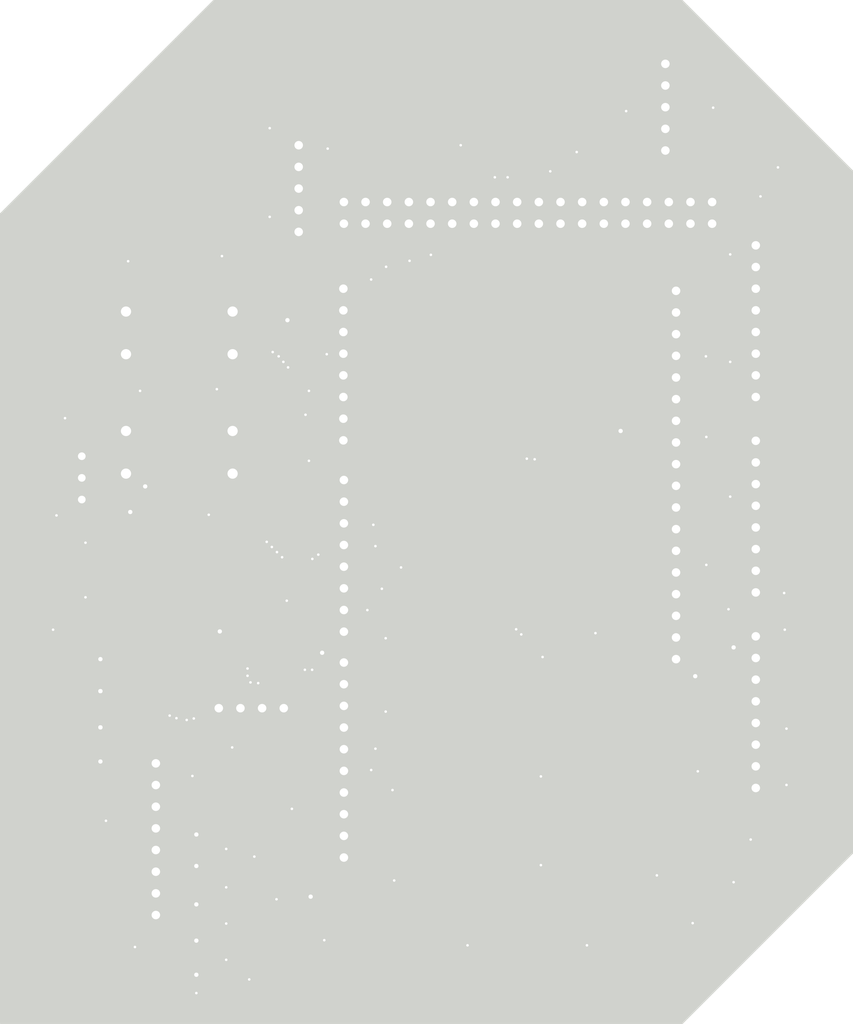
<source format=kicad_pcb>
(kicad_pcb (version 20241229) (generator "pcbnew") (generator_version "9.0")
  (layers (0 "F.Cu" signal) (2 "B.Cu" signal) (13 "F.Paste" user) (15 "B.Paste" user) (5 "F.SilkS" user "F.Silkscreen") (7 "B.SilkS" user "B.Silkscreen") (1 "F.Mask" user) (3 "B.Mask" user) (25 "Edge.Cuts" user))
  (net 0 "")
  (net 30 "Net-(D1-K)")
  (net 34 "Net-(D1-A)")
  (net 35 "Net-(D2-A)")
  (net 36 "Net-(D2-K)")
  (net 40 "Net-(D3-K)")
  (net 42 "Net-(D3-A)")
  (net 45 "Net-(D4-A)")
  (net 55 "IR REC")
  (net 56 "GND")
  (net 57 "+5V")
  (net 58 "+3V3")
  (net 59 "LCD VDD")
  (net 60 "joyY")
  (net 61 "joyX")
  (net 62 "joySW")
  (net 63 "sleep")
  (net 64 "wake")
  (net 65 "IR LED")
  (net 66 "MOSI 13.56MHz")
  (net 67 "SCK 13056MHz")
  (net 68 "SDA 13.56MHz")
  (net 69 "MISO 13.56MHz")
  (net 70 "RST 13.56MHz")
  (net 71 "Net-(D4-K)")
  (net 72 "IRQ 13.56MHz")
  (net 78 "RX1")
  (net 79 "TX1")
  (net 80 "RST time")
  (net 81 "DAT time")
  (net 82 "CLK time")
  (net 83 "Net-(Q1-B)")
  (net 84 "Net-(Q1-C)")
  (net 85 "Net-(Q1-E)")
  (net 86 "Net-(Q2-B)")
  (net 87 "Net-(Q2-C)")
  (net 88 "Net-(Q3-B)")
  (net 89 "Net-(Q4-B)")
  (net 90 "Net-(Q5-B)")
  (net 91 "Net-(Q6-B)")
  (net 92 "Net-(13.556MHz1-Pin_2)")
  (net 93 "Net-(13.556MHz1-Pin_3)")
  (net 94 "Net-(13.556MHz1-Pin_4)")
  (net 95 "Net-(13.556MHz1-Pin_7)")
  (net 96 "Net-(13.556MHz1-Pin_1)")
  (net 97 "Net-(Display1-Pin_15)")
  (net 98 "Net-(Display1-Pin_13)")
  (net 102 "Net-(Display1-Pin_11)")
  (net 103 "Net-(Display1-Pin_5)")
  (net 104 "Net-(Display1-Pin_3)")
  (net 105 "Net-(Display1-Pin_6)")
  (net 106 "Net-(Display1-Pin_2)")
  (net 107 "Net-(Display1-Pin_4)")
  (net 109 "Net-(Display1-Pin_14)")
  (footprint "LED_SMD:LED_1206_3216Metric" (layer "F.Cu") (at 112 104)
    (property "Reference" "D4")
    (property "Value" "LED" (hide yes))
  )
  (footprint "Package_TO_SOT_SMD:SOT-23" (layer "F.Cu") (at 169.75 76.5)
    (property "Reference" "Q1")
    (property "Value" "SS8550" (hide yes))
  )
  (footprint "Resistor_SMD:R_0805_2012Metric" (layer "F.Cu") (at 117.5125 134)
    (property "Reference" "R18")
    (property "Value" "1k2" (hide yes))
  )
  (footprint "Resistor_SMD:R_0805_2012Metric" (layer "F.Cu") (at 117.5125 129.5)
    (property "Reference" "R20")
    (property "Value" "1k2" (hide yes))
  )
  (footprint "Package_TO_SOT_SMD:SOT-23" (layer "F.Cu") (at 102.9375 119.95)
    (property "Reference" "Q6")
    (property "Value" "SS8050" (hide yes))
  )
  (footprint "Capacitor_SMD:C_0805_2012Metric" (layer "F.Cu") (at 122.75 96)
    (property "Reference" "C8")
    (property "Value" "100nF" (hide yes))
  )
  (footprint "Resistor_SMD:R_1206_3216Metric" (layer "F.Cu") (at 118 104 180)
    (property "Reference" "R9")
    (property "Value" "220R" (hide yes))
  )
  (footprint "Resistor_SMD:R_0805_2012Metric" (layer "F.Cu") (at 120.175 130.4125 90)
    (property "Reference" "R21")
    (property "Value" "3k3" (hide yes))
  )
  (footprint "Capacitor_SMD:C_0805_2012Metric" (layer "F.Cu") (at 122.75 104)
    (property "Reference" "C10")
    (property "Value" "100nF" (hide yes))
  )
  (footprint "Package_TO_SOT_SMD:SOT-23" (layer "F.Cu") (at 102.8125 115.9)
    (property "Reference" "Q5")
    (property "Value" "SS8050" (hide yes))
  )
  (footprint "Package_TO_SOT_SMD:SOT-23" (layer "F.Cu") (at 165 79.75)
    (property "Reference" "Q2")
    (property "Value" "SS8050" (hide yes))
  )
  (footprint "Resistor_SMD:R_0805_2012Metric" (layer "F.Cu") (at 170.25 80.9125 90)
    (property "Reference" "R5")
    (property "Value" "10k" (hide yes))
  )
  (footprint "Capacitor_SMD:C_0805_2012Metric" (layer "F.Cu") (at 175.75 38.3 -90)
    (property "Reference" "C5")
    (property "Value" "100nF" (hide yes))
  )
  (footprint "Capacitor_SMD:C_0805_2012Metric" (layer "F.Cu") (at 127.45 60.5)
    (property "Reference" "C11")
    (property "Value" "100nF" (hide yes))
  )
  (footprint "Connector_PinSocket_2.54mm:PinSocket_1x04_P2.54mm_Vertical" (layer "F.Cu") (at 128.25 113 -90)
    (property "Reference" "J125kHz1")
    (property "Value" "Conn_01x04_Socket" (hide yes))
  )
  (footprint "Resistor_SMD:R_0805_2012Metric" (layer "F.Cu") (at 99.5 120.1625 90)
    (property "Reference" "R13")
    (property "Value" "3k3" (hide yes))
  )
  (footprint "Capacitor_SMD:C_1206_3216Metric" (layer "F.Cu") (at 110.25 121 -90)
    (property "Reference" "C6")
    (property "Value" "10uF" (hide yes))
  )
  (footprint "Capacitor_SMD:C_1206_3216Metric" (layer "F.Cu") (at 187 110.975 90)
    (property "Reference" "C3")
    (property "Value" "25uF" (hide yes))
  )
  (footprint "Connector_PinSocket_2.54mm:PinSocket_1x08_P2.54mm_Vertical" (layer "F.Cu") (at 113.25 137.25 180)
    (property "Reference" "13.556MHz1")
    (property "Value" "Conn_01x08_Socket" (hide yes))
  )
  (footprint "Button_Switch_THT:SW_PUSH-12mm_Wuerth-430476085716" (layer "F.Cu") (at 109.75 66.5)
    (property "Reference" "SW1")
    (property "Value" "SW_Push" (hide yes))
  )
  (footprint "Package_TO_SOT_SMD:SOT-23" (layer "F.Cu") (at 102.9375 107.95)
    (property "Reference" "Q3")
    (property "Value" "SS8050" (hide yes))
  )
  (footprint "Resistor_SMD:R_0805_2012Metric" (layer "F.Cu") (at 99.5 112.1625 90)
    (property "Reference" "R11")
    (property "Value" "3k3" (hide yes))
  )
  (footprint "Resistor_SMD:R_1206_3216Metric" (layer "F.Cu") (at 118 96 180)
    (property "Reference" "R7")
    (property "Value" "220R" (hide yes))
  )
  (footprint "Capacitor_SMD:C_0805_2012Metric" (layer "F.Cu") (at 122.75 100.02)
    (property "Reference" "C9")
    (property "Value" "100nF" (hide yes))
  )
  (footprint "Capacitor_SMD:C_0805_2012Metric" (layer "F.Cu") (at 122.75 92)
    (property "Reference" "C7")
    (property "Value" "100nF" (hide yes))
  )
  (footprint "Resistor_SMD:R_1206_3216Metric" (layer "F.Cu") (at 118 100 180)
    (property "Reference" "R8")
    (property "Value" "220R" (hide yes))
  )
  (footprint "Resistor_SMD:R_0805_2012Metric" (layer "F.Cu") (at 117.5125 138.25)
    (property "Reference" "R16")
    (property "Value" "1k2" (hide yes))
  )
  (footprint "Resistor_SMD:R_0805_2012Metric" (layer "F.Cu") (at 160.5875 78.75)
    (property "Reference" "R3")
    (property "Value" "10k" (hide yes))
  )
  (footprint "Button_Switch_THT:SW_PUSH-12mm_Wuerth-430476085716" (layer "F.Cu") (at 109.75 80.5)
    (property "Reference" "SW2")
    (property "Value" "SW_Push" (hide yes))
  )
  (footprint "Package_TO_SOT_SMD:SOT-23" (layer "F.Cu") (at 102.8125 111.9)
    (property "Reference" "Q4")
    (property "Value" "SS8050" (hide yes))
  )
  (footprint "Resistor_SMD:R_1206_3216Metric" (layer "F.Cu") (at 118 92 180)
    (property "Reference" "R6")
    (property "Value" "220R" (hide yes))
  )
  (footprint "Connector_PinSocket_2.54mm:PinSocket_1x05_P2.54mm_Vertical" (layer "F.Cu") (at 173 37.46)
    (property "Reference" "Joystick1")
    (property "Value" "Conn_01x05_Socket" (hide yes))
  )
  (footprint "Resistor_SMD:R_0805_2012Metric" (layer "F.Cu") (at 117.5125 142.5)
    (property "Reference" "R14")
    (property "Value" "1k2" (hide yes))
  )
  (footprint "Capacitor_SMD:C_0805_2012Metric" (layer "F.Cu") (at 108.5 91 90)
    (property "Reference" "C2")
    (property "Value" "100nF" (hide yes))
  )
  (footprint "Resistor_SMD:R_0805_2012Metric" (layer "F.Cu") (at 177.75 104.75 180)
    (property "Reference" "R4")
    (property "Value" "220R" (hide yes))
  )
  (footprint "Capacitor_SMD:C_1206_3216Metric" (layer "F.Cu") (at 180.25 111.025 90)
    (property "Reference" "C4")
    (property "Value" "10uF" (hide yes))
  )
  (footprint "Resistor_SMD:R_0805_2012Metric" (layer "F.Cu") (at 117 125.4125 90)
    (property "Reference" "R23")
    (property "Value" "3k3" (hide yes))
  )
  (footprint "Capacitor_SMD:C_0805_2012Metric" (layer "F.Cu") (at 177.75 69.5 -90)
    (property "Reference" "C1")
    (property "Value" "100nF" (hide yes))
  )
  (footprint "LED_SMD:LED_1206_3216Metric" (layer "F.Cu") (at 112 96)
    (property "Reference" "D2")
    (property "Value" "LED" (hide yes))
  )
  (footprint "Resistor_SMD:R_0805_2012Metric" (layer "F.Cu") (at 170.75 71.75)
    (property "Reference" "R1")
    (property "Value" "220R" (hide yes))
  )
  (footprint "Resistor_SMD:R_0805_2012Metric" (layer "F.Cu") (at 120.175 134.9125 90)
    (property "Reference" "R19")
    (property "Value" "3k3" (hide yes))
  )
  (footprint "Resistor_SMD:R_0805_2012Metric" (layer "F.Cu") (at 164.8375 75.5)
    (property "Reference" "R2")
    (property "Value" "10k" (hide yes))
  )
  (footprint "Connector_PinSocket_2.54mm:PinSocket_1x05_P2.54mm_Vertical" (layer "F.Cu") (at 130 47)
    (property "Reference" "Time1")
    (property "Value" "Conn_01x05_Socket" (hide yes))
  )
  (footprint "Resistor_SMD:R_0805_2012Metric" (layer "F.Cu") (at 99.5 108.1625 90)
    (property "Reference" "R10")
    (property "Value" "3k3" (hide yes))
  )
  (footprint "Resistor_SMD:R_0805_2012Metric" (layer "F.Cu") (at 99.5 116.1625 90)
    (property "Reference" "R12")
    (property "Value" "3k3" (hide yes))
  )
  (footprint "Resistor_SMD:R_0805_2012Metric" (layer "F.Cu") (at 120.175 139.1625 90)
    (property "Reference" "R17")
    (property "Value" "3k3" (hide yes))
  )
  (footprint "LED_SMD:LED_1206_3216Metric" (layer "F.Cu") (at 112 100)
    (property "Reference" "D3")
    (property "Value" "LED" (hide yes))
  )
  (footprint "Resistor_SMD:R_0805_2012Metric" (layer "F.Cu") (at 119.5875 124.5 180)
    (property "Reference" "R22")
    (property "Value" "1k2" (hide yes))
  )
  (footprint "Connector_PinSocket_2.54mm:PinSocket_1x18_P2.54mm_Vertical" (layer "F.Cu") (at 174.25 107.25 180)
    (property "Reference" "Display1")
    (property "Value" "Conn_01x16_Pin" (hide yes))
  )
  (footprint "Resistor_SMD:R_0805_2012Metric" (layer "F.Cu") (at 120.175 143.4125 90)
    (property "Reference" "R15")
    (property "Value" "3k3" (hide yes))
  )
  (footprint "LED_SMD:LED_1206_3216Metric" (layer "F.Cu") (at 112 92)
    (property "Reference" "D1")
    (property "Value" "LED" (hide yes))
  )
  (footprint "OptoDevice:Vishay_MOLD-3Pin" (layer "F.Cu") (at 104.565 83.46 -90)
    (property "Reference" "U1")
    (property "Value" "TSDP341xx" (hide yes))
  )
  (footprint "Connector_PinHeader_2.54mm:PinHeader_1x08_P2.54mm_Vertical" (layer "B.Cu") (at 183.6 58.74 180)
    (property "Reference" "J1")
    (property "Value" "Conn_01x08_Pin" (hide yes))
  )
  (footprint "Potentiometer_SMD:Potentiometer_Bourns_3314G_Vertical" (layer "B.Cu") (at 164.15 43 180)
    (property "Reference" "RV1")
    (property "Value" "R_Potentiometer" (hide yes))
  )
  (footprint "Connector_PinHeader_2.54mm:PinHeader_1x08_P2.54mm_Vertical" (layer "B.Cu") (at 183.6 81.65 180)
    (property "Reference" "J2")
    (property "Value" "Conn_01x08_Pin" (hide yes))
  )
  (footprint "Connector_PinHeader_2.54mm:PinHeader_1x08_P2.54mm_Vertical" (layer "B.Cu") (at 183.6 104.575 180)
    (property "Reference" "J3")
    (property "Value" "Conn_01x08_Pin" (hide yes))
  )
  (footprint "Connector_PinHeader_2.54mm:PinHeader_1x08_P2.54mm_Vertical" (layer "B.Cu") (at 135.3 104.03)
    (property "Reference" "J6")
    (property "Value" "Conn_01x08_Pin" (hide yes))
  )
  (footprint "Connector_PinHeader_2.54mm:PinHeader_1x10_P2.54mm_Vertical" (layer "B.Cu") (at 135.3 130.51)
    (property "Reference" "J7")
    (property "Value" "Conn_01x10_Pin" (hide yes))
  )
  (footprint "Connector_PinHeader_2.54mm:PinHeader_1x08_P2.54mm_Vertical" (layer "B.Cu") (at 135.24 81.6)
    (property "Reference" "J5")
    (property "Value" "Conn_01x08_Pin" (hide yes))
  )
  (footprint "Connector_PinHeader_2.54mm:PinHeader_2x18_P2.54mm_Vertical" (layer "B.Cu") (at 178.48 56.2 90)
    (property "Reference" "J4")
    (property "Value" "Conn_02x18_Odd_Even" (hide yes))
  )
  (gr_poly (pts (xy 95 150) (xy 175 150) (xy 195 130) (xy 195 50) (xy 175 30) (xy 120 30) (xy 95 55)) (stroke (width 0.05)) (fill no) (layer "Edge.Cuts"))
  (segment (start 103.875 107.95) (end 108.449 103.376) (width 0.3) (layer "F.Cu") (net 30))
  (segment (start 108.449 94.151) (end 110.6 92) (width 0.3) (layer "F.Cu") (net 30))
  (segment (start 108.449 103.376) (end 108.449 94.151) (width 0.3) (layer "F.Cu") (net 30))
  (segment (start 113.4 92) (end 116.5375 92) (width 0.5) (layer "F.Cu") (net 34))
  (segment (start 116.5375 96) (end 113.4 96) (width 0.5) (layer "F.Cu") (net 35))
  (segment (start 109 106.65) (end 109 97.6) (width 0.3) (layer "F.Cu") (net 36))
  (segment (start 103.75 111.9) (end 109 106.65) (width 0.3) (layer "F.Cu") (net 36))
  (segment (start 109 97.6) (end 110.6 96) (width 0.3) (layer "F.Cu") (net 36))
  (segment (start 109.574 101.026) (end 110.6 100) (width 0.3) (layer "F.Cu") (net 40))
  (segment (start 103.75 115.9) (end 109.574 110.076) (width 0.3) (layer "F.Cu") (net 40))
  (segment (start 109.574 110.076) (end 109.574 101.026) (width 0.3) (layer "F.Cu") (net 40))
  (segment (start 113.4 100) (end 116.5375 100) (width 0.5) (layer "F.Cu") (net 42))
  (segment (start 116.5375 104) (end 113.4 104) (width 0.5) (layer "F.Cu") (net 45))
  (segment (start 108.71258 78.599) (end 110.78742 78.599) (width 0.3) (layer "F.Cu") (net 55))
  (segment (start 104.565 83.46) (end 104.565 82.74658) (width 0.3) (layer "F.Cu") (net 55))
  (segment (start 110.78742 78.599) (end 119.454155 87.265735) (width 0.3) (layer "F.Cu") (net 55))
  (segment (start 104.565 82.74658) (end 108.71258 78.599) (width 0.3) (layer "F.Cu") (net 55))
  (segment (start 119.454155 87.265735) (end 119.454155 90.325) (width 0.3) (layer "F.Cu") (net 55))
  (via (at 119.454155 90.325) (size 0.6) (drill 0.3) (layers "F.Cu" "B.Cu") (net 55))
  (segment (start 131.5 92.75) (end 133 94.25) (width 0.3) (layer "B.Cu") (net 55))
  (segment (start 133 105) (end 134.049 106.049) (width 0.3) (layer "B.Cu") (net 55))
  (segment (start 121.879155 92.75) (end 131.5 92.75) (width 0.3) (layer "B.Cu") (net 55))
  (segment (start 134.049 106.049) (end 134.049 108.939) (width 0.3) (layer "B.Cu") (net 55))
  (segment (start 133 94.25) (end 133 105) (width 0.3) (layer "B.Cu") (net 55))
  (segment (start 134.049 108.939) (end 135.3 110.19) (width 0.3) (layer "B.Cu") (net 55))
  (segment (start 119.454155 90.325) (end 121.879155 92.75) (width 0.3) (layer "B.Cu") (net 55))
  (segment (start 110.800514 83.293896) (end 108.543896 83.293896) (width 0.75) (layer "F.Cu") (net 56))
  (segment (start 115.025 126.325) (end 113.25 124.55) (width 0.75) (layer "F.Cu") (net 56))
  (segment (start 178.48 56.2) (end 178.48 53.66) (width 0.75) (layer "F.Cu") (net 56))
  (segment (start 178.48 53.1) (end 178.48 53.66) (width 0.75) (layer "F.Cu") (net 56))
  (segment (start 112.126 84.619382) (end 110.800514 83.293896) (width 0.75) (layer "F.Cu") (net 56))
  (segment (start 175.976 70.876) (end 175.976 77.584) (width 0.75) (layer "F.Cu") (net 56))
  (segment (start 177.75 68.55) (end 176.6 67.4) (width 0.75) (layer "F.Cu") (net 56))
  (segment (start 136 135.904) (end 133.574 133.478) (width 0.75) (layer "F.Cu") (net 56))
  (segment (start 104.89164 121.126) (end 106.75 119.26764) (width 0.75) (layer "F.Cu") (net 56))
  (segment (start 126.2 106.5) (end 132.75 106.5) (width 0.75) (layer "F.Cu") (net 56))
  (segment (start 133.574 133.478) (end 133.574 124.616) (width 0.75) (layer "F.Cu") (net 56))
  (segment (start 123.7 92) (end 123.7 104) (width 0.75) (layer "F.Cu") (net 56))
  (segment (start 133.574 124.616) (end 135.3 122.89) (width 0.75) (layer "F.Cu") (net 56))
  (segment (start 178.474 116.725) (end 178.999 117.25) (width 0.75) (layer "F.Cu") (net 56))
  (segment (start 120 140.25) (end 120.175 140.075) (width 0.75) (layer "F.Cu") (net 56))
  (segment (start 108.543896 83.293896) (end 109.75 82.087792) (width 0.75) (layer "F.Cu") (net 56))
  (segment (start 112.325 124.55) (end 110.25 122.475) (width 0.75) (layer "F.Cu") (net 56))
  (segment (start 106.75 111.09264) (end 104.692641 113.149999) (width 0.75) (layer "F.Cu") (net 56))
  (segment (start 173 47.62) (end 178.48 53.1) (width 0.75) (layer "F.Cu") (net 56))
  (segment (start 164.0625 80.7) (end 165.7865 82.424) (width 0.75) (layer "F.Cu") (net 56))
  (segment (start 183.6 109.655) (end 183.6 107.115) (width 0.75) (layer "F.Cu") (net 56))
  (segment (start 112.126 86.874) (end 112.126 84.619382) (width 0.75) (layer "F.Cu") (net 56))
  (segment (start 174.25 107.25) (end 183.465 107.25) (width 0.75) (layer "F.Cu") (net 56))
  (segment (start 120 136) (end 120.175 135.825) (width 0.75) (layer "F.Cu") (net 56))
  (segment (start 106.75 107.26764) (end 104.817641 109.199999) (width 0.75) (layer "F.Cu") (net 56))
  (segment (start 185.75 106.167081) (end 185.75 57.438) (width 0.75) (layer "F.Cu") (net 56))
  (segment (start 184.512 56.2) (end 178.48 56.2) (width 0.75) (layer "F.Cu") (net 56))
  (segment (start 176.6 67.4) (end 176 67.4) (width 0.75) (layer "F.Cu") (net 56))
  (segment (start 102.299999 109.199999) (end 102 108.9) (width 0.75) (layer "F.Cu") (net 56))
  (segment (start 180.25 109.55) (end 178.474 111.326) (width 0.75) (layer "F.Cu") (net 56))
  (segment (start 118 136) (end 120 136) (width 0.75) (layer "F.Cu") (net 56))
  (segment (start 105.837792 86) (end 108.543896 83.293896) (width 0.75) (layer "F.Cu") (net 56))
  (segment (start 165.7865 82.424) (end 165.826 82.424) (width 0.75) (layer "F.Cu") (net 56))
  (segment (start 185.75 57.438) (end 184.512 56.2) (width 0.75) (layer "F.Cu") (net 56))
  (segment (start 102 120.9) (end 102.226 121.126) (width 0.75) (layer "F.Cu") (net 56))
  (segment (start 106.75 107.25) (end 106.75 107.26764) (width 0.75) (layer "F.Cu") (net 56))
  (segment (start 180.25 109.55) (end 183.495 109.55) (width 0.75) (layer "F.Cu") (net 56))
  (segment (start 126.5 58.12) (end 122.25 62.37) (width 0.75) (layer "F.Cu") (net 56))
  (segment (start 174.25 69.15) (end 176 67.4) (width 0.75) (layer "F.Cu") (net 56))
  (segment (start 123.7 104) (end 126.2 106.5) (width 0.75) (layer "F.Cu") (net 56))
  (segment (start 102.226 121.126) (end 104.89164 121.126) (width 0.75) (layer "F.Cu") (net 56))
  (segment (start 172.326818 135.904) (end 136 135.904) (width 0.75) (layer "F.Cu") (net 56))
  (segment (start 178.999 129.231818) (end 172.326818 135.904) (width 0.75) (layer "F.Cu") (net 56))
  (segment (start 118.001041 127.326041) (end 117 126.325) (width 0.75) (layer "F.Cu") (net 56))
  (segment (start 130 54.62) (end 126.5 58.12) (width 0.75) (layer "F.Cu") (net 56))
  (segment (start 178.474 111.326) (end 178.474 116.725) (width 0.75) (layer "F.Cu") (net 56))
  (segment (start 104.817641 109.199999) (end 102.299999 109.199999) (width 0.75) (layer "F.Cu") (net 56))
  (segment (start 183.495 109.55) (end 183.6 109.655) (width 0.75) (layer "F.Cu") (net 56))
  (segment (start 102.174999 113.149999) (end 101.875 112.85) (width 0.75) (layer "F.Cu") (net 56))
  (segment (start 106.75 115.25) (end 104.924 117.076) (width 0.75) (layer "F.Cu") (net 56))
  (segment (start 184.802081 107.115) (end 185.75 106.167081) (width 0.75) (layer "F.Cu") (net 56))
  (segment (start 102.101 117.076) (end 101.875 116.85) (width 0.75) (layer "F.Cu") (net 56))
  (segment (start 118 140.25) (end 120 140.25) (width 0.75) (layer "F.Cu") (net 56))
  (segment (start 175.976 77.584) (end 174.25 79.31) (width 0.75) (layer "F.Cu") (net 56))
  (segment (start 104.692641 113.149999) (end 102.174999 113.149999) (width 0.75) (layer "F.Cu") (net 56))
  (segment (start 183.755 109.5) (end 183.6 109.655) (width 0.75) (layer "F.Cu") (net 56))
  (segment (start 106.75 119.26764) (end 106.75 119.25) (width 0.75) (layer "F.Cu") (net 56))
  (segment (start 126.5 60.5) (end 126.5 58.12) (width 0.75) (layer "F.Cu") (net 56))
  (segment (start 118 131.5) (end 120 131.5) (width 0.75) (layer "F.Cu") (net 56))
  (segment (start 113.25 124.55) (end 112.325 124.55) (width 0.75) (layer "F.Cu") (net 56))
  (segment (start 112 87) (end 112.126 86.874) (width 0.75) (layer "F.Cu") (net 56))
  (segment (start 110.2 90.05) (end 110.25 90) (width 0.75) (layer "F.Cu") (net 56))
  (segment (start 120 131.5) (end 120.175 131.325) (width 0.75) (layer "F.Cu") (net 56))
  (segment (start 109.75 82.087792) (end 109.75 80.5) (width 0.75) (layer "F.Cu") (net 56))
  (segment (start 122.25 62.37) (end 122.25 66.5) (width 0.75) (layer "F.Cu") (net 56))
  (segment (start 106.75 111) (end 106.75 111.09264) (width 0.75) (layer "F.Cu") (net 56))
  (segment (start 176 58.68) (end 178.48 56.2) (width 0.75) (layer "F.Cu") (net 56))
  (segment (start 117 126.325) (end 115.025 126.325) (width 0.75) (layer "F.Cu") (net 56))
  (segment (start 104.924 117.076) (end 102.101 117.076) (width 0.75) (layer "F.Cu") (net 56))
  (segment (start 176 67.4) (end 176 58.68) (width 0.75) (layer "F.Cu") (net 56))
  (segment (start 183.465 107.25) (end 183.6 107.115) (width 0.75) (layer "F.Cu") (net 56))
  (segment (start 108.5 90.05) (end 110.2 90.05) (width 0.75) (layer "F.Cu") (net 56))
  (segment (start 120.175 144.325) (end 118.075 144.325) (width 0.75) (layer "F.Cu") (net 56))
  (segment (start 165.826 82.424) (end 167.75 80.5) (width 0.75) (layer "F.Cu") (net 56))
  (segment (start 183.6 107.115) (end 184.802081 107.115) (width 0.75) (layer "F.Cu") (net 56))
  (segment (start 118.001041 127.809406) (end 118.001041 127.326041) (width 0.75) (layer "F.Cu") (net 56))
  (segment (start 175.75 39.25) (end 175.75 44.87) (width 0.75) (layer "F.Cu") (net 56))
  (segment (start 187 109.5) (end 183.755 109.5) (width 0.75) (layer "F.Cu") (net 56))
  (segment (start 175.75 44.87) (end 173 47.62) (width 0.75) (layer "F.Cu") (net 56))
  (segment (start 178.999 117.25) (end 178.999 129.231818) (width 0.75) (layer "F.Cu") (net 56))
  (segment (start 118.075 144.325) (end 118 144.25) (width 0.75) (layer "F.Cu") (net 56))
  (segment (start 104.565 86) (end 105.837792 86) (width 0.75) (layer "F.Cu") (net 56))
  (segment (start 174.25 69.15) (end 175.976 70.876) (width 0.75) (layer "F.Cu") (net 56))
  (via (at 133 140.2) (size 0.6) (drill 0.3) (layers "F.Cu" "B.Cu") (net 56))
  (via (at 101.2 103.8) (size 0.6) (drill 0.3) (layers "F.Cu" "B.Cu") (net 56))
  (via (at 126.6 45) (size 0.6) (drill 0.3) (layers "F.Cu" "B.Cu") (net 56))
  (via (at 101.6 90.4) (size 0.6) (drill 0.3) (layers "F.Cu" "B.Cu") (net 56))
  (via (at 158.4 131.4) (size 0.6) (drill 0.3) (layers "F.Cu" "B.Cu") (net 56))
  (via (at 180.6 88.2) (size 0.6) (drill 0.3) (layers "F.Cu" "B.Cu") (net 56))
  (via (at 177.8 96.2) (size 0.6) (drill 0.3) (layers "F.Cu" "B.Cu") (net 56))
  (via (at 128.6 100.4) (size 0.6) (drill 0.3) (layers "F.Cu" "B.Cu") (net 56))
  (via (at 112 87) (size 1) (drill 0.5) (layers "F.Cu" "B.Cu") (net 56))
  (via (at 163.8 140.8) (size 0.6) (drill 0.3) (layers "F.Cu" "B.Cu") (net 56))
  (via (at 178.6 42.6) (size 0.6) (drill 0.3) (layers "F.Cu" "B.Cu") (net 56))
  (via (at 167.75 80.5) (size 1) (drill 0.5) (layers "F.Cu" "B.Cu") (net 56))
  (via (at 187.2 115.4) (size 0.6) (drill 0.3) (layers "F.Cu" "B.Cu") (net 56))
  (via (at 129.2 124.8) (size 0.6) (drill 0.3) (layers "F.Cu" "B.Cu") (net 56))
  (via (at 140.2 104.8) (size 0.6) (drill 0.3) (layers "F.Cu" "B.Cu") (net 56))
  (via (at 106.75 115.25) (size 1) (drill 0.5) (layers "F.Cu" "B.Cu") (net 56))
  (via (at 126.6 55.4) (size 0.6) (drill 0.3) (layers "F.Cu" "B.Cu") (net 56))
  (via (at 177.8 81.2) (size 0.6) (drill 0.3) (layers "F.Cu" "B.Cu") (net 56))
  (via (at 124.8 130.4) (size 0.6) (drill 0.3) (layers "F.Cu" "B.Cu") (net 56))
  (via (at 106.75 115.25) (size 1) (drill 0.5) (layers "F.Cu" "B.Cu") (net 56))
  (via (at 180.6 72.4) (size 0.6) (drill 0.3) (layers "F.Cu" "B.Cu") (net 56))
  (via (at 158.6 107) (size 0.6) (drill 0.3) (layers "F.Cu" "B.Cu") (net 56))
  (via (at 141 122.6) (size 0.6) (drill 0.3) (layers "F.Cu" "B.Cu") (net 56))
  (via (at 149.8 140.8) (size 0.6) (drill 0.3) (layers "F.Cu" "B.Cu") (net 56))
  (via (at 131.2 84) (size 0.6) (drill 0.3) (layers "F.Cu" "B.Cu") (net 56))
  (via (at 122.2 117.6) (size 0.6) (drill 0.3) (layers "F.Cu" "B.Cu") (net 56))
  (via (at 168.4 43) (size 0.6) (drill 0.3) (layers "F.Cu" "B.Cu") (net 56))
  (via (at 141.2 133.2) (size 0.6) (drill 0.3) (layers "F.Cu" "B.Cu") (net 56))
  (via (at 133.4 47.4) (size 0.6) (drill 0.3) (layers "F.Cu" "B.Cu") (net 56))
  (via (at 180.6 59.8) (size 0.6) (drill 0.3) (layers "F.Cu" "B.Cu") (net 56))
  (via (at 118 144.25) (size 1) (drill 0.5) (layers "F.Cu" "B.Cu") (net 56))
  (via (at 183 128.4) (size 0.6) (drill 0.3) (layers "F.Cu" "B.Cu") (net 56))
  (via (at 106.75 107.25) (size 1) (drill 0.5) (layers "F.Cu" "B.Cu") (net 56))
  (via (at 118 146.4) (size 0.6) (drill 0.3) (layers "F.Cu" "B.Cu") (net 56))
  (via (at 121 60) (size 0.6) (drill 0.3) (layers "F.Cu" "B.Cu") (net 56))
  (via (at 180.4 101.4) (size 0.6) (drill 0.3) (layers "F.Cu" "B.Cu") (net 56))
  (via (at 110.25 90) (size 1) (drill 0.5) (layers "F.Cu" "B.Cu") (net 56))
  (via (at 105 100) (size 0.6) (drill 0.3) (layers "F.Cu" "B.Cu") (net 56))
  (via (at 118 131.5) (size 1) (drill 0.5) (layers "F.Cu" "B.Cu") (net 56))
  (via (at 111.4 75.8) (size 0.6) (drill 0.3) (layers "F.Cu" "B.Cu") (net 56))
  (via (at 158.4 121) (size 0.6) (drill 0.3) (layers "F.Cu" "B.Cu") (net 56))
  (via (at 176.2 138.2) (size 0.6) (drill 0.3) (layers "F.Cu" "B.Cu") (net 56))
  (via (at 106.75 111) (size 1) (drill 0.5) (layers "F.Cu" "B.Cu") (net 56))
  (via (at 176.8 120.4) (size 0.6) (drill 0.3) (layers "F.Cu" "B.Cu") (net 56))
  (via (at 106.75 111) (size 1) (drill 0.5) (layers "F.Cu" "B.Cu") (net 56))
  (via (at 118 136) (size 1) (drill 0.5) (layers "F.Cu" "B.Cu") (net 56))
  (via (at 149 47) (size 0.6) (drill 0.3) (layers "F.Cu" "B.Cu") (net 56))
  (via (at 132.75 106.5) (size 1) (drill 0.5) (layers "F.Cu" "B.Cu") (net 56))
  (via (at 162.6 47.8) (size 0.6) (drill 0.3) (layers "F.Cu" "B.Cu") (net 56))
  (via (at 164.8 104.2) (size 0.6) (drill 0.3) (layers "F.Cu" "B.Cu") (net 56))
  (via (at 131.2 75.8) (size 0.6) (drill 0.3) (layers "F.Cu" "B.Cu") (net 56))
  (via (at 105 93.6) (size 0.6) (drill 0.3) (layers "F.Cu" "B.Cu") (net 56))
  (via (at 187.2 122) (size 0.6) (drill 0.3) (layers "F.Cu" "B.Cu") (net 56))
  (via (at 172 132.6) (size 0.6) (drill 0.3) (layers "F.Cu" "B.Cu") (net 56))
  (via (at 118.001041 127.809406) (size 1) (drill 0.5) (layers "F.Cu" "B.Cu") (net 56))
  (via (at 110.8 141) (size 0.6) (drill 0.3) (layers "F.Cu" "B.Cu") (net 56))
  (via (at 110 60.6) (size 0.6) (drill 0.3) (layers "F.Cu" "B.Cu") (net 56))
  (via (at 124.2 144.8) (size 0.6) (drill 0.3) (layers "F.Cu" "B.Cu") (net 56))
  (via (at 127.4 135.4) (size 0.6) (drill 0.3) (layers "F.Cu" "B.Cu") (net 56))
  (via (at 120.4 75.6) (size 0.6) (drill 0.3) (layers "F.Cu" "B.Cu") (net 56))
  (via (at 107.4 126.2) (size 0.6) (drill 0.3) (layers "F.Cu" "B.Cu") (net 56))
  (via (at 187 103.8) (size 0.6) (drill 0.3) (layers "F.Cu" "B.Cu") (net 56))
  (via (at 102.6 79) (size 0.6) (drill 0.3) (layers "F.Cu" "B.Cu") (net 56))
  (via (at 118 140.25) (size 1) (drill 0.5) (layers "F.Cu" "B.Cu") (net 56))
  (via (at 140.2 113.4) (size 0.6) (drill 0.3) (layers "F.Cu" "B.Cu") (net 56))
  (via (at 130.8 78.6) (size 0.6) (drill 0.3) (layers "F.Cu" "B.Cu") (net 56))
  (via (at 186.2 49.6) (size 0.6) (drill 0.3) (layers "F.Cu" "B.Cu") (net 56))
  (via (at 181 133.4) (size 0.6) (drill 0.3) (layers "F.Cu" "B.Cu") (net 56))
  (via (at 106.75 119.25) (size 1) (drill 0.5) (layers "F.Cu" "B.Cu") (net 56))
  (segment (start 132.75 106.5) (end 132.75 113.25) (width 0.75) (layer "B.Cu") (net 56))
  (segment (start 106.75 119.25) (end 106.75 115.25) (width 0.75) (layer "B.Cu") (net 56))
  (segment (start 173.06 80.5) (end 174.25 79.31) (width 0.75) (layer "B.Cu") (net 56))
  (segment (start 106.75 83.5) (end 109.75 80.5) (width 0.75) (layer "B.Cu") (net 56))
  (segment (start 118 131.5) (end 118 127.810447) (width 0.75) (layer "B.Cu") (net 56))
  (segment (start 113.25 124.55) (end 107.95 119.25) (width 0.75) (layer "B.Cu") (net 56))
  (segment (start 118 136) (end 118 131.5) (width 0.75) (layer "B.Cu") (net 56))
  (segment (start 163 40.25) (end 163 40.9) (width 0.75) (layer "B.Cu") (net 56))
  (segment (start 118 127.810447) (end 118.001041 127.809406) (width 0.75) (layer "B.Cu") (net 56))
  (segment (start 110.25 90) (end 110.25 88.75) (width 0.75) (layer "B.Cu") (net 56))
  (segment (start 163 40.9) (end 169.72 47.62) (width 0.75) (layer "B.Cu") (net 56))
  (segment (start 132.5 113) (end 132.75 113.25) (width 0.75) (layer "B.Cu") (net 56))
  (segment (start 169.72 47.62) (end 173 47.62) (width 0.75) (layer "B.Cu") (net 56))
  (segment (start 106.75 115.25) (end 106.75 111) (width 0.75) (layer "B.Cu") (net 56))
  (segment (start 106.75 111) (end 106.75 107.25) (width 0.75) (layer "B.Cu") (net 56))
  (segment (start 128.25 113) (end 132.5 113) (width 0.75) (layer "B.Cu") (net 56))
  (segment (start 118 144.25) (end 118 140.25) (width 0.75) (layer "B.Cu") (net 56))
  (segment (start 118 140.25) (end 118 136) (width 0.75) (layer "B.Cu") (net 56))
  (segment (start 132.75 113.25) (end 132.75 120.34) (width 0.75) (layer "B.Cu") (net 56))
  (segment (start 109.75 80.5) (end 122.25 80.5) (width 0.75) (layer "B.Cu") (net 56))
  (segment (start 110.25 88.75) (end 112 87) (width 0.75) (layer "B.Cu") (net 56))
  (segment (start 107.95 119.25) (end 106.75 119.25) (width 0.75) (layer "B.Cu") (net 56))
  (segment (start 107.374 68.876) (end 109.75 66.5) (width 0.75) (layer "B.Cu") (net 56))
  (segment (start 106.75 107.25) (end 106.75 83.5) (width 0.75) (layer "B.Cu") (net 56))
  (segment (start 167.75 80.5) (end 173.06 80.5) (width 0.75) (layer "B.Cu") (net 56))
  (segment (start 107.374 78.124) (end 107.374 68.876) (width 0.75) (layer "B.Cu") (net 56))
  (segment (start 109.75 80.5) (end 107.374 78.124) (width 0.75) (layer "B.Cu") (net 56))
  (segment (start 132.75 120.34) (end 135.3 122.89) (width 0.75) (layer "B.Cu") (net 56))
  (segment (start 122.25 66.5) (end 109.75 66.5) (width 0.75) (layer "B.Cu") (net 56))
  (segment (start 107.975 91.95) (end 104.565 88.54) (width 0.75) (layer "F.Cu") (net 57))
  (segment (start 179.875 104.75) (end 181 105.875) (width 0.75) (layer "F.Cu") (net 57))
  (segment (start 121.8 104) (end 120.75 104) (width 0.75) (layer "F.Cu") (net 57))
  (segment (start 125.776 82.575016) (end 125.776 72) (width 0.75) (layer "F.Cu") (net 57))
  (segment (start 172.798 109.25) (end 176.5 109.25) (width 0.75) (layer "F.Cu") (net 57))
  (segment (start 128.470216 67.51) (end 128.681897 67.51) (width 0.75) (layer "F.Cu") (net 57))
  (segment (start 183.855 112.45) (end 183.6 112.195) (width 0.75) (layer "F.Cu") (net 57))
  (segment (start 170.25 81.825) (end 170.25 106.702) (width 0.75) (layer "F.Cu") (net 57))
  (segment (start 137.026 51.934) (end 135.3 53.66) (width 0.75) (layer "F.Cu") (net 57))
  (segment (start 125.776 70.204216) (end 126.490108 69.490108) (width 0.75) (layer "F.Cu") (net 57))
  (segment (start 119.4825 100.02) (end 119.4625 100) (width 0.75) (layer "F.Cu") (net 57))
  (segment (start 120.75 104) (end 119.4625 104) (width 0.75) (layer "F.Cu") (net 57))
  (segment (start 178.6625 104.75) (end 179.875 104.75) (width 0.75) (layer "F.Cu") (net 57))
  (segment (start 104.565 88.54) (end 116.0025 88.54) (width 0.75) (layer "F.Cu") (net 57))
  (segment (start 183.6 112.195) (end 185.326 113.921) (width 0.75) (layer "F.Cu") (net 57))
  (segment (start 134.711456 138.406) (end 131.402728 135.097272) (width 0.75) (layer "F.Cu") (net 57))
  (segment (start 134.34 57.16) (end 135.3 56.2) (width 0.75) (layer "F.Cu") (net 57))
  (segment (start 181.501 127.25) (end 181.501 130.268182) (width 0.75) (layer "F.Cu") (net 57))
  (segment (start 173.363181 138.406) (end 172.326818 138.406) (width 0.75) (layer "F.Cu") (net 57))
  (segment (start 125.776 85.6865) (end 125.776 82.575016) (width 0.75) (layer "F.Cu") (net 57))
  (segment (start 172.326818 138.406) (end 136.25 138.406) (width 0.75) (layer "F.Cu") (net 57))
  (segment (start 116.0025 88.54) (end 119.4625 92) (width 0.75) (layer "F.Cu") (net 57))
  (segment (start 166.146 51.934) (end 137.026 51.934) (width 0.75) (layer "F.Cu") (net 57))
  (segment (start 130 57.16) (end 134.34 57.16) (width 0.75) (layer "F.Cu") (net 57))
  (segment (start 185.326 113.921) (end 185.326 123.425) (width 0.75) (layer "F.Cu") (net 57))
  (segment (start 187 112.45) (end 183.855 112.45) (width 0.75) (layer "F.Cu") (net 57))
  (segment (start 126.490108 69.490108) (end 128.470216 67.51) (width 0.75) (layer "F.Cu") (net 57))
  (segment (start 125.776 72) (end 125.776 70.204216) (width 0.75) (layer "F.Cu") (net 57))
  (segment (start 119.4625 104) (end 119.4625 92) (width 0.75) (layer "F.Cu") (net 57))
  (segment (start 135.3 53.66) (end 135.3 56.2) (width 0.75) (layer "F.Cu") (net 57))
  (segment (start 121.8 96) (end 119.4625 96) (width 0.75) (layer "F.Cu") (net 57))
  (segment (start 128.4 58.76) (end 130 57.16) (width 0.75) (layer "F.Cu") (net 57))
  (segment (start 175.519182 136.25) (end 173.363181 138.406) (width 0.75) (layer "F.Cu") (net 57))
  (segment (start 121.8 100.02) (end 119.4825 100.02) (width 0.75) (layer "F.Cu") (net 57))
  (segment (start 121.8 92) (end 119.4625 92) (width 0.75) (layer "F.Cu") (net 57))
  (segment (start 128.4 60.5) (end 128.4 58.76) (width 0.75) (layer "F.Cu") (net 57))
  (segment (start 108.5 91.95) (end 107.975 91.95) (width 0.75) (layer "F.Cu") (net 57))
  (segment (start 170.25 106.702) (end 172.798 109.25) (width 0.75) (layer "F.Cu") (net 57))
  (segment (start 173 45.08) (end 166.146 51.934) (width 0.75) (layer "F.Cu") (net 57))
  (segment (start 181.501 130.268182) (end 175.519182 136.25) (width 0.75) (layer "F.Cu") (net 57))
  (segment (start 185.326 123.425) (end 181.501 127.25) (width 0.75) (layer "F.Cu") (net 57))
  (segment (start 119.4625 92) (end 125.776 85.6865) (width 0.75) (layer "F.Cu") (net 57))
  (segment (start 136.25 138.406) (end 134.711456 138.406) (width 0.75) (layer "F.Cu") (net 57))
  (via (at 181 105.875) (size 1) (drill 0.5) (layers "F.Cu" "B.Cu") (net 57))
  (via (at 120.75 104) (size 1) (drill 0.5) (layers "F.Cu" "B.Cu") (net 57))
  (via (at 131.402728 135.097272) (size 1) (drill 0.5) (layers "F.Cu" "B.Cu") (net 57))
  (via (at 128.681897 67.51) (size 1) (drill 0.5) (layers "F.Cu" "B.Cu") (net 57))
  (via (at 176.5 109.25) (size 1) (drill 0.5) (layers "F.Cu" "B.Cu") (net 57))
  (segment (start 181 105.875) (end 181 109) (width 0.75) (layer "B.Cu") (net 57))
  (segment (start 165.3 40.25) (end 168.17 40.25) (width 0.75) (layer "B.Cu") (net 57))
  (segment (start 129.548 117.75) (end 125.71 113.912) (width 0.75) (layer "B.Cu") (net 57))
  (segment (start 120.75 108.04) (end 120.75 104) (width 0.75) (layer "B.Cu") (net 57))
  (segment (start 128.681897 67.51) (end 128.681897 62.818103) (width 0.75) (layer "B.Cu") (net 57))
  (segment (start 125.71 113) (end 120.75 108.04) (width 0.75) (layer "B.Cu") (net 57))
  (segment (start 128.681897 62.818103) (end 135.3 56.2) (width 0.75) (layer "B.Cu") (net 57))
  (segment (start 176.5 109.25) (end 180.75 109.25) (width 0.75) (layer "B.Cu") (net 57))
  (segment (start 168.17 40.25) (end 173 45.08) (width 0.75) (layer "B.Cu") (net 57))
  (segment (start 181 109) (end 181 109.595) (width 0.75) (layer "B.Cu") (net 57))
  (segment (start 131.499 135.001) (end 131.499 117.75) (width 0.75) (layer "B.Cu") (net 57))
  (segment (start 131.499 117.75) (end 129.548 117.75) (width 0.75) (layer "B.Cu") (net 57))
  (segment (start 181 109.595) (end 183.6 112.195) (width 0.75) (layer "B.Cu") (net 57))
  (segment (start 180.75 109.25) (end 181 109) (width 0.75) (layer "B.Cu") (net 57))
  (segment (start 131.402728 135.097272) (end 131.499 135.001) (width 0.75) (layer "B.Cu") (net 57))
  (segment (start 125.71 113.912) (end 125.71 113) (width 0.75) (layer "B.Cu") (net 57))
  (segment (start 180.25 112.5) (end 180.25 129.75) (width 0.75) (layer "F.Cu") (net 58))
  (segment (start 180.25 129.75) (end 172.845 137.155) (width 0.75) (layer "F.Cu") (net 58))
  (segment (start 135.405 137.155) (end 117.72 119.47) (width 0.75) (layer "F.Cu") (net 58))
  (segment (start 113.25 119.47) (end 110.305 119.47) (width 0.75) (layer "F.Cu") (net 58))
  (segment (start 117.72 119.47) (end 113.25 119.47) (width 0.75) (layer "F.Cu") (net 58))
  (segment (start 110.305 119.47) (end 110.25 119.525) (width 0.75) (layer "F.Cu") (net 58))
  (segment (start 181.365 112.5) (end 183.6 114.735) (width 0.75) (layer "F.Cu") (net 58))
  (segment (start 172.845 137.155) (end 135.405 137.155) (width 0.75) (layer "F.Cu") (net 58))
  (segment (start 180.25 112.5) (end 181.365 112.5) (width 0.75) (layer "F.Cu") (net 58))
  (segment (start 143.5 97.715116) (end 137.185116 104.03) (width 0.75) (layer "F.Cu") (net 59))
  (segment (start 146.75 78.75) (end 143.5 82) (width 0.75) (layer "F.Cu") (net 59))
  (segment (start 143.5 82) (end 143.5 97.715116) (width 0.75) (layer "F.Cu") (net 59))
  (segment (start 159.675 78.75) (end 146.75 78.75) (width 0.75) (layer "F.Cu") (net 59))
  (segment (start 137.185116 104.03) (end 135.3 104.03) (width 0.75) (layer "F.Cu") (net 59))
  (segment (start 184.851 51.851) (end 184.851 95.639) (width 0.3) (layer "B.Cu") (net 60))
  (segment (start 184.851 95.639) (end 183.6 96.89) (width 0.3) (layer "B.Cu") (net 60))
  (segment (start 173 40) (end 184.851 51.851) (width 0.3) (layer "B.Cu") (net 60))
  (segment (start 186.925 55.774) (end 186.925 99.5) (width 0.3) (layer "F.Cu") (net 61))
  (segment (start 184.151 53) (end 186.925 55.774) (width 0.3) (layer "F.Cu") (net 61))
  (via (at 186.925 99.5) (size 0.6) (drill 0.3) (layers "F.Cu" "B.Cu") (net 61))
  (via (at 184.151 53) (size 0.6) (drill 0.3) (layers "F.Cu" "B.Cu") (net 61))
  (segment (start 183.46 53) (end 184.151 53) (width 0.3) (layer "B.Cu") (net 61))
  (segment (start 186.18 99.43) (end 183.6 99.43) (width 0.3) (layer "B.Cu") (net 61))
  (segment (start 186.25 99.5) (end 186.18 99.43) (width 0.3) (layer "B.Cu") (net 61))
  (segment (start 186.925 99.5) (end 186.25 99.5) (width 0.3) (layer "B.Cu") (net 61))
  (segment (start 173 42.54) (end 183.46 53) (width 0.3) (layer "B.Cu") (net 61))
  (segment (start 138.052 101.5) (end 135.31 101.5) (width 0.3) (layer "F.Cu") (net 62))
  (segment (start 165.870016 50.759) (end 154.5 50.759) (width 0.3) (layer "F.Cu") (net 62))
  (segment (start 170.814508 45.814508) (end 166.814508 49.814508) (width 0.3) (layer "F.Cu") (net 62))
  (segment (start 173 37.46) (end 175.64 37.46) (width 0.3) (layer "F.Cu") (net 62))
  (segment (start 175.64 37.46) (end 175.75 37.35) (width 0.3) (layer "F.Cu") (net 62))
  (segment (start 173 37.46) (end 170.814508 39.645492) (width 0.3) (layer "F.Cu") (net 62))
  (segment (start 135.31 101.5) (end 135.3 101.49) (width 0.3) (layer "F.Cu") (net 62))
  (segment (start 166.814508 49.814508) (end 165.870016 50.759) (width 0.3) (layer "F.Cu") (net 62))
  (segment (start 170.814508 39.645492) (end 170.814508 45.814508) (width 0.3) (layer "F.Cu") (net 62))
  (via (at 138.052 101.5) (size 0.6) (drill 0.3) (layers "F.Cu" "B.Cu") (net 62))
  (via (at 154.5 50.759) (size 0.6) (drill 0.3) (layers "F.Cu" "B.Cu") (net 62))
  (segment (start 138.052 63.967182) (end 138.052 101.5) (width 0.3) (layer "B.Cu") (net 62))
  (segment (start 154.5 50.759) (end 154.369 50.89) (width 0.3) (layer "B.Cu") (net 62))
  (segment (start 147.603207 63.445975) (end 138.573207 63.445975) (width 0.3) (layer "B.Cu") (net 62))
  (segment (start 154.369 56.680182) (end 147.603207 63.445975) (width 0.3) (layer "B.Cu") (net 62))
  (segment (start 138.573207 63.445975) (end 138.052 63.967182) (width 0.3) (layer "B.Cu") (net 62))
  (segment (start 154.369 50.89) (end 154.369 56.680182) (width 0.3) (layer "B.Cu") (net 62))
  (segment (start 124.75 69.779232) (end 128.169232 66.36) (width 0.3) (layer "F.Cu") (net 63))
  (segment (start 122.25 85.5) (end 124.75 83) (width 0.3) (layer "F.Cu") (net 63))
  (segment (start 128.169232 66.36) (end 135.24 66.36) (width 0.3) (layer "F.Cu") (net 63))
  (segment (start 124.75 83) (end 124.75 69.779232) (width 0.3) (layer "F.Cu") (net 63))
  (segment (start 122.25 85.5) (end 109.75 85.5) (width 0.3) (layer "B.Cu") (net 63))
  (segment (start 129.93 63.82) (end 135.24 63.82) (width 0.3) (layer "F.Cu") (net 64))
  (segment (start 122.25 71.5) (end 129.93 63.82) (width 0.3) (layer "F.Cu") (net 64))
  (segment (start 109.75 71.5) (end 122.25 71.5) (width 0.3) (layer "B.Cu") (net 64))
  (segment (start 99.5 117.075) (end 98.399 115.974) (width 0.3) (layer "F.Cu") (net 65))
  (segment (start 98.399 119.974) (end 98.399 118.176) (width 0.3) (layer "F.Cu") (net 65))
  (segment (start 103.175 124.575) (end 120.1 107.65) (width 0.3) (layer "F.Cu") (net 65))
  (segment (start 103 124.575) (end 103.175 124.575) (width 0.3) (layer "F.Cu") (net 65))
  (segment (start 99.5 121.075) (end 98.399 119.974) (width 0.3) (layer "F.Cu") (net 65))
  (segment (start 98.399 115.974) (end 98.399 114.176) (width 0.3) (layer "F.Cu") (net 65))
  (segment (start 99.5 121.075) (end 103 124.575) (width 0.3) (layer "F.Cu") (net 65))
  (segment (start 98.399 111.974) (end 99.5 113.075) (width 0.3) (layer "F.Cu") (net 65))
  (segment (start 120.1 107.65) (end 135.3 107.65) (width 0.3) (layer "F.Cu") (net 65))
  (segment (start 98.399 118.176) (end 99.5 117.075) (width 0.3) (layer "F.Cu") (net 65))
  (segment (start 98.399 110.176) (end 98.399 111.974) (width 0.3) (layer "F.Cu") (net 65))
  (segment (start 98.399 114.176) (end 99.5 113.075) (width 0.3) (layer "F.Cu") (net 65))
  (segment (start 99.5 109.075) (end 98.399 110.176) (width 0.3) (layer "F.Cu") (net 65))
  (segment (start 117.699128 114.16169) (end 121.18407 110.676748) (width 0.3) (layer "F.Cu") (net 66))
  (segment (start 120.175 134) (end 121.5 134) (width 0.3) (layer "F.Cu") (net 66))
  (segment (start 117.699128 114.20822) (end 117.699128 114.16169) (width 0.3) (layer "F.Cu") (net 66))
  (segment (start 144.171 54.949) (end 145.46 53.66) (width 0.3) (layer "F.Cu") (net 66))
  (segment (start 143 60.552492) (end 144.171 59.381492) (width 0.3) (layer "F.Cu") (net 66))
  (segment (start 121.18407 110.676748) (end 124.636401 110.676748) (width 0.3) (layer "F.Cu") (net 66))
  (segment (start 128.053128 95.303128) (end 128.753797 94.602459) (width 0.3) (layer "F.Cu") (net 66))
  (segment (start 124.636401 110.676748) (end 125.251349 110.0618) (width 0.3) (layer "F.Cu") (net 66))
  (segment (start 144.171 59.381492) (end 144.171 54.949) (width 0.3) (layer "F.Cu") (net 66))
  (segment (start 120.175 134) (end 118.425 134) (width 0.3) (layer "F.Cu") (net 66))
  (segment (start 128.753797 94.602459) (end 128.753797 73.047377) (width 0.3) (layer "F.Cu") (net 66))
  (via (at 143 60.552492) (size 0.6) (drill 0.3) (layers "F.Cu" "B.Cu") (net 66))
  (via (at 121.5 134) (size 0.6) (drill 0.3) (layers "F.Cu" "B.Cu") (net 66))
  (via (at 117.699128 114.20822) (size 0.6) (drill 0.3) (layers "F.Cu" "B.Cu") (net 66))
  (via (at 128.753797 73.047377) (size 0.6) (drill 0.3) (layers "F.Cu" "B.Cu") (net 66))
  (via (at 128.053128 95.303128) (size 0.6) (drill 0.3) (layers "F.Cu" "B.Cu") (net 66))
  (via (at 125.251349 110.0618) (size 0.6) (drill 0.3) (layers "F.Cu" "B.Cu") (net 66))
  (segment (start 128.753797 73.047377) (end 131.5 70.301174) (width 0.3) (layer "B.Cu") (net 66))
  (segment (start 122.051 128) (end 122.051 123.301) (width 0.3) (layer "B.Cu") (net 66))
  (segment (start 131.5 64) (end 131.5 63.78868) (width 0.3) (layer "B.Cu") (net 66))
  (segment (start 126.075854 97.280402) (end 128.053128 95.303128) (width 0.3) (layer "B.Cu") (net 66))
  (segment (start 125.251349 110.0618) (end 125.803 109.510149) (width 0.3) (layer "B.Cu") (net 66))
  (segment (start 122.051 123.301) (end 118.75 120) (width 0.3) (layer "B.Cu") (net 66))
  (segment (start 122.201 133.299) (end 122.201 128.15) (width 0.3) (layer "B.Cu") (net 66))
  (segment (start 125.803 109.510149) (end 125.803 104.4) (width 0.3) (layer "B.Cu") (net 66))
  (segment (start 122.201 128.15) (end 122.051 128) (width 0.3) (layer "B.Cu") (net 66))
  (segment (start 131.5 63.78868) (end 134.736188 60.552492) (width 0.3) (layer "B.Cu") (net 66))
  (segment (start 121.5 134) (end 122.201 133.299) (width 0.3) (layer "B.Cu") (net 66))
  (segment (start 125.653 104.25) (end 125.653 97.280402) (width 0.3) (layer "B.Cu") (net 66))
  (segment (start 118.75 120) (end 118.75 115.259092) (width 0.3) (layer "B.Cu") (net 66))
  (segment (start 118.75 115.259092) (end 117.699128 114.20822) (width 0.3) (layer "B.Cu") (net 66))
  (segment (start 125.653 97.280402) (end 126.075854 97.280402) (width 0.3) (layer "B.Cu") (net 66))
  (segment (start 134.736188 60.552492) (end 143 60.552492) (width 0.3) (layer "B.Cu") (net 66))
  (segment (start 125.803 104.4) (end 125.653 104.25) (width 0.3) (layer "B.Cu") (net 66))
  (segment (start 131.5 70.301174) (end 131.5 64) (width 0.3) (layer "B.Cu") (net 66))
  (segment (start 140.25 61.252492) (end 141.631 59.871492) (width 0.3) (layer "F.Cu") (net 67))
  (segment (start 118.425 138.25) (end 120.425 138.25) (width 0.3) (layer "F.Cu") (net 67))
  (segment (start 141.631 54.949) (end 142.92 53.66) (width 0.3) (layer "F.Cu") (net 67))
  (segment (start 120.175 138.25) (end 121.5 138.25) (width 0.3) (layer "F.Cu") (net 67))
  (segment (start 141.631 59.871492) (end 141.631 54.949) (width 0.3) (layer "F.Cu") (net 67))
  (via (at 121.5 138.25) (size 0.6) (drill 0.3) (layers "F.Cu" "B.Cu") (net 67))
  (via (at 140.25 61.252492) (size 0.6) (drill 0.3) (layers "F.Cu" "B.Cu") (net 67))
  (segment (start 136.801 78.051) (end 136.75 78) (width 0.3) (layer "B.Cu") (net 67))
  (segment (start 136.75 130.75) (end 136.801 130.699) (width 0.3) (layer "B.Cu") (net 67))
  (segment (start 136.801 130.699) (end 136.801 78.051) (width 0.3) (layer "B.Cu") (net 67))
  (segment (start 121.5 138.25) (end 130.062 138.25) (width 0.3) (layer "B.Cu") (net 67))
  (segment (start 136.75 63.5) (end 139.146508 61.103492) (width 0.3) (layer "B.Cu") (net 67))
  (segment (start 140.101 61.103492) (end 140.25 61.252492) (width 0.3) (layer "B.Cu") (net 67))
  (segment (start 136.75 131.562) (end 136.75 130.75) (width 0.3) (layer "B.Cu") (net 67))
  (segment (start 130.062 138.25) (end 136.75 131.562) (width 0.3) (layer "B.Cu") (net 67))
  (segment (start 139.146508 61.103492) (end 140.101 61.103492) (width 0.3) (layer "B.Cu") (net 67))
  (segment (start 136.75 78) (end 136.75 63.5) (width 0.3) (layer "B.Cu") (net 67))
  (segment (start 139.091 62.14895) (end 139.091 54.949) (width 0.3) (layer "F.Cu") (net 68))
  (segment (start 138.494975 62.744975) (end 139.091 62.14895) (width 0.3) (layer "F.Cu") (net 68))
  (segment (start 120.175 142.5) (end 121.5 142.5) (width 0.3) (layer "F.Cu") (net 68))
  (segment (start 118.25 142.5) (end 120.175 142.5) (width 0.3) (layer "F.Cu") (net 68))
  (segment (start 139.091 54.949) (end 140.38 53.66) (width 0.3) (layer "F.Cu") (net 68))
  (via (at 121.5 142.5) (size 0.6) (drill 0.3) (layers "F.Cu" "B.Cu") (net 68))
  (via (at 138.494975 62.744975) (size 0.6) (drill 0.3) (layers "F.Cu" "B.Cu") (net 68))
  (segment (start 137.352 63.88795) (end 138.494975 62.744975) (width 0.3) (layer "B.Cu") (net 68))
  (segment (start 126.591232 142.5) (end 133.545616 135.545616) (width 0.3) (layer "B.Cu") (net 68))
  (segment (start 121.5 142.5) (end 126.591232 142.5) (width 0.3) (layer "B.Cu") (net 68))
  (segment (start 133.545616 135.545616) (end 137.352 131.739232) (width 0.3) (layer "B.Cu") (net 68))
  (segment (start 137.352 131.739232) (end 137.352 118) (width 0.3) (layer "B.Cu") (net 68))
  (segment (start 137.352 118) (end 137.352 63.88795) (width 0.3) (layer "B.Cu") (net 68))
  (segment (start 127.452085 94.702085) (end 127.352127 94.802043) (width 0.3) (layer "F.Cu") (net 69))
  (segment (start 120.175 129.5) (end 121.5 129.5) (width 0.3) (layer "F.Cu") (net 69))
  (segment (start 120.863831 109.751003) (end 121.088576 109.975748) (width 0.3) (layer "F.Cu") (net 69))
  (segment (start 128.053 94.10117) (end 128.053 88.5) (width 0.3) (layer "F.Cu") (net 69))
  (segment (start 128.053 73.75) (end 128.053 72.54983) (width 0.3) (layer "F.Cu") (net 69))
  (segment (start 116.867239 114.382761) (end 116.867239 113.747595) (width 0.3) (layer "F.Cu") (net 69))
  (segment (start 118.425 129.5) (end 120.175 129.5) (width 0.3) (layer "F.Cu") (net 69))
  (segment (start 146.749 58.602492) (end 146.749 54.911) (width 0.3) (layer "F.Cu") (net 69))
  (segment (start 128.053 72.54983) (end 128.202 72.40083) (width 0.3) (layer "F.Cu") (net 69))
  (segment (start 145.5 59.851492) (end 146.749 58.602492) (width 0.3) (layer "F.Cu") (net 69))
  (segment (start 121.088576 109.975748) (end 124.34745 109.975748) (width 0.3) (layer "F.Cu") (net 69))
  (segment (start 128.053 88.5) (end 128.053 73.75) (width 0.3) (layer "F.Cu") (net 69))
  (segment (start 146.749 54.911) (end 148 53.66) (width 0.3) (layer "F.Cu") (net 69))
  (segment (start 116.867239 113.747595) (end 119.807417 110.807417) (width 0.3) (layer "F.Cu") (net 69))
  (segment (start 119.807417 110.807417) (end 120.863831 109.751003) (width 0.3) (layer "F.Cu") (net 69))
  (segment (start 127.352127 94.802043) (end 128.053 94.10117) (width 0.3) (layer "F.Cu") (net 69))
  (via (at 127.452085 94.702085) (size 0.6) (drill 0.3) (layers "F.Cu" "B.Cu") (net 69))
  (via (at 128.202 72.40083) (size 0.6) (drill 0.3) (layers "F.Cu" "B.Cu") (net 69))
  (via (at 145.5 59.851492) (size 0.6) (drill 0.3) (layers "F.Cu" "B.Cu") (net 69))
  (via (at 116.867239 114.382761) (size 0.6) (drill 0.3) (layers "F.Cu" "B.Cu") (net 69))
  (via (at 124.34745 109.975748) (size 0.6) (drill 0.3) (layers "F.Cu" "B.Cu") (net 69))
  (via (at 121.5 129.5) (size 0.6) (drill 0.3) (layers "F.Cu" "B.Cu") (net 69))
  (segment (start 118.086894 115.602416) (end 116.867239 114.382761) (width 0.3) (layer "B.Cu") (net 69))
  (segment (start 130.934897 63.574551) (end 131.879724 62.629724) (width 0.3) (layer "B.Cu") (net 69))
  (segment (start 124.34745 109.975748) (end 125.252 109.071198) (width 0.3) (layer "B.Cu") (net 69))
  (segment (start 121.5 123.663106) (end 118.086894 120.25) (width 0.3) (layer "B.Cu") (net 69))
  (segment (start 125.102 97.05217) (end 127.452085 94.702085) (width 0.3) (layer "B.Cu") (net 69))
  (segment (start 130.934897 68) (end 130.934897 63.574551) (width 0.3) (layer "B.Cu") (net 69))
  (segment (start 134.657956 59.851492) (end 145.5 59.851492) (width 0.3) (layer "B.Cu") (net 69))
  (segment (start 125.102 106) (end 125.102 97.05217) (width 0.3) (layer "B.Cu") (net 69))
  (segment (start 121.5 129.5) (end 121.5 123.663106) (width 0.3) (layer "B.Cu") (net 69))
  (segment (start 130.934897 69.667933) (end 130.934897 68) (width 0.3) (layer "B.Cu") (net 69))
  (segment (start 118.086894 120.25) (end 118.086894 115.602416) (width 0.3) (layer "B.Cu") (net 69))
  (segment (start 125.102 106.352) (end 125.102 106) (width 0.3) (layer "B.Cu") (net 69))
  (segment (start 131.879724 62.629724) (end 134.657956 59.851492) (width 0.3) (layer "B.Cu") (net 69))
  (segment (start 128.202 72.40083) (end 130.934897 69.667933) (width 0.3) (layer "B.Cu") (net 69))
  (segment (start 125.252 109.071198) (end 125.252 106.502) (width 0.3) (layer "B.Cu") (net 69))
  (segment (start 125.252 106.502) (end 125.102 106.352) (width 0.3) (layer "B.Cu") (net 69))
  (segment (start 127.502 72.25) (end 127.502 71.899) (width 0.3) (layer "F.Cu") (net 70))
  (segment (start 127.502 71.899) (end 127.651 71.75) (width 0.3) (layer "F.Cu") (net 70))
  (segment (start 115.665065 114.170537) (end 120.635599 109.200003) (width 0.3) (layer "F.Cu") (net 70))
  (segment (start 120.635599 109.200003) (end 124 109.200003) (width 0.3) (layer "F.Cu") (net 70))
  (segment (start 120.5 124.5) (end 120.5 123.911702) (width 0.3) (layer "F.Cu") (net 70))
  (segment (start 126.751086 94.201) (end 127.502 93.450086) (width 0.3) (layer "F.Cu") (net 70))
  (segment (start 127.502 89.5) (end 127.502 72.25) (width 0.3) (layer "F.Cu") (net 70))
  (segment (start 127.502 93.450086) (end 127.502 89.5) (width 0.3) (layer "F.Cu") (net 70))
  (segment (start 126.851043 94.101043) (end 126.751086 94.201) (width 0.3) (layer "F.Cu") (net 70))
  (segment (start 120.5 123.911702) (end 117.535894 120.947596) (width 0.3) (layer "F.Cu") (net 70))
  (via (at 117.535894 120.947596) (size 0.6) (drill 0.3) (layers "F.Cu" "B.Cu") (net 70))
  (via (at 127.651 71.75) (size 0.6) (drill 0.3) (layers "F.Cu" "B.Cu") (net 70))
  (via (at 124 109.200003) (size 0.6) (drill 0.3) (layers "F.Cu" "B.Cu") (net 70))
  (via (at 115.665065 114.170537) (size 0.6) (drill 0.3) (layers "F.Cu" "B.Cu") (net 70))
  (via (at 126.851043 94.101043) (size 0.6) (drill 0.3) (layers "F.Cu" "B.Cu") (net 70))
  (segment (start 130.383897 69.017103) (end 130.383897 63.346319) (width 0.3) (layer "B.Cu") (net 70))
  (segment (start 150.098508 59.151492) (end 151.791 57.459) (width 0.3) (layer "B.Cu") (net 70))
  (segment (start 124 109.200003) (end 124.141361 109.200003) (width 0.3) (layer "B.Cu") (net 70))
  (segment (start 117.535894 116.041366) (end 115.665065 114.170537) (width 0.3) (layer "B.Cu") (net 70))
  (segment (start 124.701 108.640364) (end 124.701 107.15) (width 0.3) (layer "B.Cu") (net 70))
  (segment (start 124.551 107) (end 124.551 96.5) (width 0.3) (layer "B.Cu") (net 70))
  (segment (start 124.551 96.5) (end 124.551 96.401086) (width 0.3) (layer "B.Cu") (net 70))
  (segment (start 130.383897 63.346319) (end 134.578724 59.151492) (width 0.3) (layer "B.Cu") (net 70))
  (segment (start 151.791 54.911) (end 150.54 53.66) (width 0.3) (layer "B.Cu") (net 70))
  (segment (start 117.535894 120.947596) (end 117.535894 116.041366) (width 0.3) (layer "B.Cu") (net 70))
  (segment (start 127.651 71.75) (end 130.383897 69.017103) (width 0.3) (layer "B.Cu") (net 70))
  (segment (start 151.791 57.459) (end 151.791 54.911) (width 0.3) (layer "B.Cu") (net 70))
  (segment (start 124.141361 109.200003) (end 124.701 108.640364) (width 0.3) (layer "B.Cu") (net 70))
  (segment (start 124.701 107.15) (end 124.551 107) (width 0.3) (layer "B.Cu") (net 70))
  (segment (start 124.551 96.401086) (end 126.851043 94.101043) (width 0.3) (layer "B.Cu") (net 70))
  (segment (start 134.578724 59.151492) (end 150.098508 59.151492) (width 0.3) (layer "B.Cu") (net 70))
  (segment (start 110.6 113.225) (end 110.6 104) (width 0.3) (layer "F.Cu") (net 71))
  (segment (start 103.875 119.95) (end 110.6 113.225) (width 0.3) (layer "F.Cu") (net 71))
  (segment (start 114.869975 113.659257) (end 120.014616 108.514616) (width 0.3) (layer "F.Cu") (net 72))
  (segment (start 126.25 93.5) (end 126.951 92.799) (width 0.3) (layer "F.Cu") (net 72))
  (segment (start 120.014616 108.514616) (end 120.179232 108.35) (width 0.3) (layer "F.Cu") (net 72))
  (segment (start 120.179232 108.35) (end 124 108.35) (width 0.3) (layer "F.Cu") (net 72))
  (segment (start 126.951 92.799) (end 126.951 71.25) (width 0.3) (layer "F.Cu") (net 72))
  (segment (start 114.869975 113.869975) (end 114.869975 113.659257) (width 0.3) (layer "F.Cu") (net 72))
  (via (at 124 108.35) (size 0.6) (drill 0.3) (layers "F.Cu" "B.Cu") (net 72))
  (via (at 114.869975 113.869975) (size 0.6) (drill 0.3) (layers "F.Cu" "B.Cu") (net 72))
  (via (at 126.25 93.5) (size 0.6) (drill 0.3) (layers "F.Cu" "B.Cu") (net 72))
  (via (at 126.951 71.25) (size 0.6) (drill 0.3) (layers "F.Cu" "B.Cu") (net 72))
  (segment (start 124 108.35) (end 124 95.75) (width 0.3) (layer "B.Cu") (net 72))
  (segment (start 113.25 127.09) (end 114.869975 125.470025) (width 0.3) (layer "B.Cu") (net 72))
  (segment (start 139.091 56.718182) (end 139.091 54.911) (width 0.3) (layer "B.Cu") (net 72))
  (segment (start 139.091 54.911) (end 137.84 53.66) (width 0.3) (layer "B.Cu") (net 72))
  (segment (start 126.951 71.25) (end 129.832897 68.368103) (width 0.3) (layer "B.Cu") (net 72))
  (segment (start 137.20869 58.600492) (end 139.091 56.718182) (width 0.3) (layer "B.Cu") (net 72))
  (segment (start 124 95.75) (end 126.25 93.5) (width 0.3) (layer "B.Cu") (net 72))
  (segment (start 114.869975 125.470025) (end 114.869975 113.869975) (width 0.3) (layer "B.Cu") (net 72))
  (segment (start 129.832897 63.118087) (end 134.350492 58.600492) (width 0.3) (layer "B.Cu") (net 72))
  (segment (start 129.832897 68.368103) (end 129.832897 63.118087) (width 0.3) (layer "B.Cu") (net 72))
  (segment (start 134.350492 58.600492) (end 137.20869 58.600492) (width 0.3) (layer "B.Cu") (net 72))
  (segment (start 132.3 95) (end 134 93.3) (width 0.3) (layer "F.Cu") (net 78))
  (segment (start 124.67 114.5) (end 128.25 114.5) (width 0.3) (layer "F.Cu") (net 78))
  (segment (start 133.989 70.151) (end 135.24 68.9) (width 0.3) (layer "F.Cu") (net 78))
  (segment (start 131.575 112.425) (end 131.575 108.5) (width 0.3) (layer "F.Cu") (net 78))
  (segment (start 129.5 114.5) (end 131.575 112.425) (width 0.3) (layer "F.Cu") (net 78))
  (segment (start 133.989 87.989) (end 133.989 70.151) (width 0.3) (layer "F.Cu") (net 78))
  (segment (start 123.17 113) (end 124.67 114.5) (width 0.3) (layer "F.Cu") (net 78))
  (segment (start 134 93.3) (end 134 88) (width 0.3) (layer "F.Cu") (net 78))
  (segment (start 128.25 114.5) (end 129.5 114.5) (width 0.3) (layer "F.Cu") (net 78))
  (segment (start 134 88) (end 133.989 87.989) (width 0.3) (layer "F.Cu") (net 78))
  (via (at 131.575 108.5) (size 0.6) (drill 0.3) (layers "F.Cu" "B.Cu") (net 78))
  (via (at 132.3 95) (size 0.6) (drill 0.3) (layers "F.Cu" "B.Cu") (net 78))
  (segment (start 132.3 104.7) (end 132.3 95) (width 0.3) (layer "B.Cu") (net 78))
  (segment (start 131.575 108.5) (end 131.575 105.425) (width 0.3) (layer "B.Cu") (net 78))
  (segment (start 131.575 105.425) (end 132 105) (width 0.3) (layer "B.Cu") (net 78))
  (segment (start 132 105) (end 132.3 104.7) (width 0.3) (layer "B.Cu") (net 78))
  (segment (start 131.024 111.499) (end 131.024 109.25) (width 0.3) (layer "F.Cu") (net 79))
  (segment (start 131.6 95.5) (end 131.6 95.291364) (width 0.3) (layer "F.Cu") (net 79))
  (segment (start 120.63 113) (end 122.131 111.499) (width 0.3) (layer "F.Cu") (net 79))
  (segment (start 130.724997 108.950997) (end 130.724997 108.5) (width 0.3) (layer "F.Cu") (net 79))
  (segment (start 131.599 94.35) (end 133.449 92.5) (width 0.3) (layer "F.Cu") (net 79))
  (segment (start 131.6 95.291364) (end 131.599 95.290364) (width 0.3) (layer "F.Cu") (net 79))
  (segment (start 131.599 95.290364) (end 131.599 94.35) (width 0.3) (layer "F.Cu") (net 79))
  (segment (start 131.024 109.25) (end 130.724997 108.950997) (width 0.3) (layer "F.Cu") (net 79))
  (segment (start 133.289 92.34) (end 133.289 71.5) (width 0.3) (layer "F.Cu") (net 79))
  (segment (start 133.449 92.5) (end 133.289 92.34) (width 0.3) (layer "F.Cu") (net 79))
  (segment (start 122.131 111.499) (end 131.024 111.499) (width 0.3) (layer "F.Cu") (net 79))
  (via (at 133.289 71.5) (size 0.6) (drill 0.3) (layers "F.Cu" "B.Cu") (net 79))
  (via (at 131.6 95.5) (size 0.6) (drill 0.3) (layers "F.Cu" "B.Cu") (net 79))
  (via (at 130.724997 108.5) (size 0.6) (drill 0.3) (layers "F.Cu" "B.Cu") (net 79))
  (segment (start 131.749 104.471768) (end 131.749 95.649) (width 0.3) (layer "B.Cu") (net 79))
  (segment (start 135.18 71.5) (end 135.24 71.44) (width 0.3) (layer "B.Cu") (net 79))
  (segment (start 131.749 95.649) (end 131.6 95.5) (width 0.3) (layer "B.Cu") (net 79))
  (segment (start 133.289 71.5) (end 135.18 71.5) (width 0.3) (layer "B.Cu") (net 79))
  (segment (start 130.724997 108.5) (end 130.724997 105.495771) (width 0.3) (layer "B.Cu") (net 79))
  (segment (start 130.724997 105.495771) (end 131.749 104.471768) (width 0.3) (layer "B.Cu") (net 79))
  (segment (start 129.481818 50.791) (end 152.968 50.791) (width 0.3) (layer "F.Cu") (net 80))
  (segment (start 152.968 50.791) (end 153 50.759) (width 0.3) (layer "F.Cu") (net 80))
  (segment (start 130 47) (end 128.749 48.251) (width 0.3) (layer "F.Cu") (net 80))
  (segment (start 128.749 50.058182) (end 129.481818 50.791) (width 0.3) (layer "F.Cu") (net 80))
  (segment (start 128.749 48.251) (end 128.749 50.058182) (width 0.3) (layer "F.Cu") (net 80))
  (via (at 153 50.759) (size 0.6) (drill 0.3) (layers "F.Cu" "B.Cu") (net 80))
  (segment (start 153 53.58) (end 153.08 53.66) (width 0.3) (layer "B.Cu") (net 80))
  (segment (start 153 50.759) (end 153 53.58) (width 0.3) (layer "B.Cu") (net 80))
  (segment (start 130 49.54) (end 158.981 49.54) (width 0.3) (layer "F.Cu") (net 81))
  (segment (start 158.981 49.54) (end 159.5 50.059) (width 0.3) (layer "F.Cu") (net 81))
  (via (at 159.5 50.059) (size 0.6) (drill 0.3) (layers "F.Cu" "B.Cu") (net 81))
  (segment (start 158.640182 54.949) (end 156.909 54.949) (width 0.3) (layer "B.Cu") (net 81))
  (segment (start 156.909 54.949) (end 155.62 53.66) (width 0.3) (layer "B.Cu") (net 81))
  (segment (start 159.5 50.059) (end 159.449 50.11) (width 0.3) (layer "B.Cu") (net 81))
  (segment (start 159.449 54.140182) (end 158.640182 54.949) (width 0.3) (layer "B.Cu") (net 81))
  (segment (start 159.449 50.11) (end 159.449 54.140182) (width 0.3) (layer "B.Cu") (net 81))
  (segment (start 158.16 53.427636) (end 158.16 53.66) (width 0.3) (layer "B.Cu") (net 82))
  (segment (start 130 52.08) (end 132.022 50.058) (width 0.3) (layer "B.Cu") (net 82))
  (segment (start 154.790364 50.058) (end 158.16 53.427636) (width 0.3) (layer "B.Cu") (net 82))
  (segment (start 132.022 50.058) (end 154.790364 50.058) (width 0.3) (layer "B.Cu") (net 82))
  (segment (start 168.8125 75.55) (end 165.8 75.55) (width 0.3) (layer "F.Cu") (net 83))
  (segment (start 165.8 75.55) (end 165.75 75.5) (width 0.3) (layer "F.Cu") (net 83))
  (segment (start 170.6875 76.5) (end 170.6875 72.6) (width 0.3) (layer "F.Cu") (net 84))
  (segment (start 170.6875 72.6) (end 169.8375 71.75) (width 0.3) (layer "F.Cu") (net 84))
  (segment (start 170.25 78.8875) (end 170.25 80) (width 0.3) (layer "F.Cu") (net 85))
  (segment (start 168.8125 77.45) (end 170.25 78.8875) (width 0.3) (layer "F.Cu") (net 85))
  (segment (start 164.0625 78.8) (end 161.55 78.8) (width 0.3) (layer "F.Cu") (net 86))
  (segment (start 161.55 78.8) (end 161.5 78.75) (width 0.3) (layer "F.Cu") (net 86))
  (segment (start 163.925 75.5) (end 165.9375 77.5125) (width 0.3) (layer "F.Cu") (net 87))
  (segment (start 165.9375 77.5125) (end 165.9375 79.75) (width 0.3) (layer "F.Cu") (net 87))
  (segment (start 102 107) (end 99.75 107) (width 0.3) (layer "F.Cu") (net 88))
  (segment (start 99.75 107) (end 99.5 107.25) (width 0.3) (layer "F.Cu") (net 88))
  (segment (start 99.8 110.95) (end 99.5 111.25) (width 0.3) (layer "F.Cu") (net 89))
  (segment (start 101.875 110.95) (end 99.8 110.95) (width 0.3) (layer "F.Cu") (net 89))
  (segment (start 101.875 114.95) (end 99.8 114.95) (width 0.3) (layer "F.Cu") (net 90))
  (segment (start 99.8 114.95) (end 99.5 115.25) (width 0.3) (layer "F.Cu") (net 90))
  (segment (start 102 119) (end 99.75 119) (width 0.3) (layer "F.Cu") (net 91))
  (segment (start 99.75 119) (end 99.5 119.25) (width 0.3) (layer "F.Cu") (net 91))
  (segment (start 116.6 138.06) (end 116.6 138.25) (width 0.3) (layer "F.Cu") (net 92))
  (segment (start 113.25 134.71) (end 116.6 138.06) (width 0.3) (layer "F.Cu") (net 92))
  (segment (start 115.08 134) (end 116.6 134) (width 0.3) (layer "F.Cu") (net 93))
  (segment (start 113.25 132.17) (end 115.08 134) (width 0.3) (layer "F.Cu") (net 93))
  (segment (start 116.47 129.63) (end 116.6 129.5) (width 0.3) (layer "F.Cu") (net 94))
  (segment (start 113.25 129.63) (end 116.47 129.63) (width 0.3) (layer "F.Cu") (net 94))
  (segment (start 115.74 124.5) (end 117 124.5) (width 0.3) (layer "F.Cu") (net 95))
  (segment (start 113.25 122.01) (end 115.74 124.5) (width 0.3) (layer "F.Cu") (net 95))
  (segment (start 117 124.5) (end 118.675 124.5) (width 0.3) (layer "F.Cu") (net 95))
  (segment (start 113.25 137.25) (end 113.25 139.15) (width 0.3) (layer "F.Cu") (net 96))
  (segment (start 113.5 137.5) (end 113.25 137.25) (width 0.3) (layer "F.Cu") (net 96))
  (segment (start 113.25 139.15) (end 116.6 142.5) (width 0.3) (layer "F.Cu") (net 96))
  (segment (start 174.19 71.75) (end 174.25 71.69) (width 0.3) (layer "F.Cu") (net 97))
  (segment (start 171.6625 71.75) (end 174.19 71.75) (width 0.3) (layer "F.Cu") (net 97))
  (segment (start 177.75 71.75) (end 177.75 70.45) (width 0.3) (layer "F.Cu") (net 97))
  (via (at 177.75 71.75) (size 0.6) (drill 0.3) (layers "F.Cu" "B.Cu") (net 97))
  (segment (start 177.69 71.69) (end 177.75 71.75) (width 0.3) (layer "B.Cu") (net 97))
  (segment (start 174.25 71.69) (end 177.69 71.69) (width 0.3) (layer "B.Cu") (net 97))
  (segment (start 139 117.75) (end 138.94 117.81) (width 0.3) (layer "F.Cu") (net 98))
  (segment (start 156.75 83.75) (end 156.75 102.5) (width 0.3) (layer "F.Cu") (net 98))
  (segment (start 138.94 117.81) (end 135.3 117.81) (width 0.3) (layer "F.Cu") (net 98))
  (segment (start 156.75 102.5) (end 155.5 103.75) (width 0.3) (layer "F.Cu") (net 98))
  (via (at 155.5 103.75) (size 0.6) (drill 0.3) (layers "F.Cu" "B.Cu") (net 98))
  (via (at 139 117.75) (size 0.6) (drill 0.3) (layers "F.Cu" "B.Cu") (net 98))
  (via (at 156.75 83.75) (size 0.6) (drill 0.3) (layers "F.Cu" "B.Cu") (net 98))
  (segment (start 163.73 76.77) (end 156.75 83.75) (width 0.3) (layer "B.Cu") (net 98))
  (segment (start 155.5 103.75) (end 141.5 117.75) (width 0.3) (layer "B.Cu") (net 98))
  (segment (start 141.5 117.75) (end 139 117.75) (width 0.3) (layer "B.Cu") (net 98))
  (segment (start 174.25 76.77) (end 163.73 76.77) (width 0.3) (layer "B.Cu") (net 98))
  (segment (start 138.4 120.35) (end 135.3 120.35) (width 0.3) (layer "F.Cu") (net 102))
  (segment (start 138.5 120.25) (end 138.4 120.35) (width 0.3) (layer "F.Cu") (net 102))
  (segment (start 157.669977 83.819974) (end 157.669977 102.782109) (width 0.3) (layer "F.Cu") (net 102))
  (segment (start 157.669977 102.782109) (end 156.101043 104.351043) (width 0.3) (layer "F.Cu") (net 102))
  (via (at 157.669977 83.819974) (size 0.6) (drill 0.3) (layers "F.Cu" "B.Cu") (net 102))
  (via (at 156.101043 104.351043) (size 0.6) (drill 0.3) (layers "F.Cu" "B.Cu") (net 102))
  (via (at 138.5 120.25) (size 0.6) (drill 0.3) (layers "F.Cu" "B.Cu") (net 102))
  (segment (start 156.101043 104.351043) (end 140.202086 120.25) (width 0.3) (layer "B.Cu") (net 102))
  (segment (start 174.25 81.85) (end 172.280026 83.819974) (width 0.3) (layer "B.Cu") (net 102))
  (segment (start 140.202086 120.25) (end 138.5 120.25) (width 0.3) (layer "B.Cu") (net 102))
  (segment (start 172.280026 83.819974) (end 157.669977 83.819974) (width 0.3) (layer "B.Cu") (net 102))
  (segment (start 141.91 96.41) (end 135.3 96.41) (width 0.3) (layer "F.Cu") (net 103))
  (segment (start 142 96.5) (end 141.91 96.41) (width 0.3) (layer "F.Cu") (net 103))
  (via (at 142 96.5) (size 0.6) (drill 0.3) (layers "F.Cu" "B.Cu") (net 103))
  (segment (start 175.501 95.839) (end 175.501 94.031818) (width 0.3) (layer "B.Cu") (net 103))
  (segment (start 174.768182 93.299) (end 145.201 93.299) (width 0.3) (layer "B.Cu") (net 103))
  (segment (start 145.201 93.299) (end 142 96.5) (width 0.3) (layer "B.Cu") (net 103))
  (segment (start 174.25 97.09) (end 175.501 95.839) (width 0.3) (layer "B.Cu") (net 103))
  (segment (start 175.501 94.031818) (end 174.768182 93.299) (width 0.3) (layer "B.Cu") (net 103))
  (segment (start 138.582 91.33) (end 135.3 91.33) (width 0.3) (layer "F.Cu") (net 104))
  (segment (start 138.752 91.5) (end 138.582 91.33) (width 0.3) (layer "F.Cu") (net 104))
  (via (at 138.752 91.5) (size 0.6) (drill 0.3) (layers "F.Cu" "B.Cu") (net 104))
  (segment (start 176.052 100.368) (end 176.052 92.042818) (width 0.3) (layer "B.Cu") (net 104))
  (segment (start 174.768182 90.759) (end 139.493 90.759) (width 0.3) (layer "B.Cu") (net 104))
  (segment (start 139.493 90.759) (end 138.752 91.5) (width 0.3) (layer "B.Cu") (net 104))
  (segment (start 176.052 92.042818) (end 174.768182 90.759) (width 0.3) (layer "B.Cu") (net 104))
  (segment (start 174.25 102.17) (end 176.052 100.368) (width 0.3) (layer "B.Cu") (net 104))
  (segment (start 139.75 99) (end 139.25 99) (width 0.3) (layer "F.Cu") (net 105))
  (segment (start 139.25 99) (end 139.2 98.95) (width 0.3) (layer "F.Cu") (net 105))
  (segment (start 139.2 98.95) (end 135.3 98.95) (width 0.3) (layer "F.Cu") (net 105))
  (via (at 139.75 99) (size 0.6) (drill 0.3) (layers "F.Cu" "B.Cu") (net 105))
  (segment (start 174.25 94.55) (end 169.8 99) (width 0.3) (layer "B.Cu") (net 105))
  (segment (start 169.8 99) (end 139.75 99) (width 0.3) (layer "B.Cu") (net 105))
  (segment (start 176.8375 104.75) (end 174.29 104.75) (width 0.3) (layer "F.Cu") (net 106))
  (segment (start 174.29 104.75) (end 174.25 104.71) (width 0.3) (layer "F.Cu") (net 106))
  (segment (start 138.5 94) (end 138.37 93.87) (width 0.3) (layer "F.Cu") (net 107))
  (segment (start 139 94) (end 138.5 94) (width 0.3) (layer "F.Cu") (net 107))
  (segment (start 138.37 93.87) (end 135.3 93.87) (width 0.3) (layer "F.Cu") (net 107))
  (via (at 139 94) (size 0.6) (drill 0.3) (layers "F.Cu" "B.Cu") (net 107))
  (segment (start 140.238636 100.48) (end 139 99.241364) (width 0.3) (layer "B.Cu") (net 107))
  (segment (start 173.4 100.48) (end 140.238636 100.48) (width 0.3) (layer "B.Cu") (net 107))
  (segment (start 139 99.241364) (end 139 94) (width 0.3) (layer "B.Cu") (net 107))
  (segment (start 174.25 99.63) (end 173.4 100.48) (width 0.3) (layer "B.Cu") (net 107))
  (segment (start 165.15 45.75) (end 172.111 52.711) (width 0.3) (layer "B.Cu") (net 109))
  (segment (start 164.15 45.75) (end 165.15 45.75) (width 0.3) (layer "B.Cu") (net 109))
  (segment (start 172.111 72.091) (end 174.25 74.23) (width 0.3) (layer "B.Cu") (net 109))
  (segment (start 172.111 52.711) (end 172.111 72.091) (width 0.3) (layer "B.Cu") (net 109))
  (zone (net 56) (net_name "GND") (layers "F.Cu" "B.Cu") (connect_pads (clearance 0.5)) (min_thickness 0.25) (fill yes (thermal_gap 0.5) (thermal_bridge_width 0.5))
    (polygon (pts (xy 95 55) (xy 95 150) (xy 175 150) (xy 195 130) (xy 195 50) (xy 175 30) (xy 120 30)))
  )
  (zone (net 0) (net_name "") (layer "Edge.Cuts") (connect_pads (clearance 0.5)) (min_thickness 0.25) (fill yes (thermal_gap 0.5) (thermal_bridge_width 0.5))
    (polygon (pts (xy 95 150) (xy 175 150) (xy 195 130) (xy 195 50) (xy 175 30) (xy 120 30) (xy 95 55)))
  )
)
</source>
